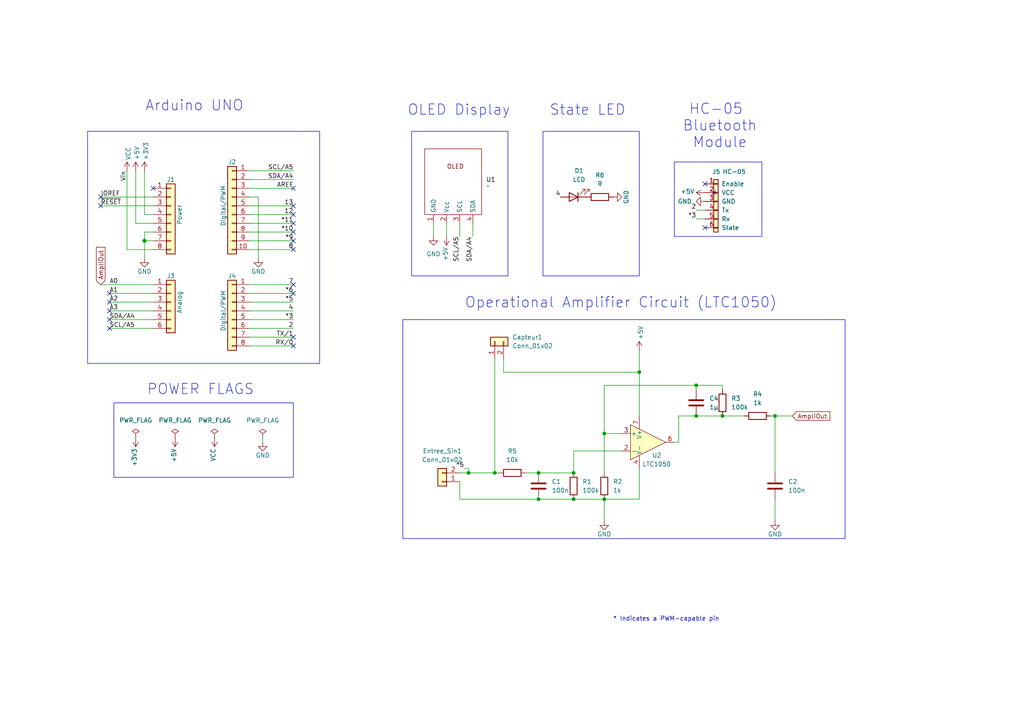
<source format=kicad_sch>
(kicad_sch (version 20250114) (generator "eeschema") (generator_version "9.0")
  (paper "A4")
  (title_block (date "mar. 31 mars 2015"))
  (lib_symbols
    (symbol "Connector_Generic:Conn_01x02" (pin_names (offset 1.016) (hide yes))
      (property "Reference" "J" (at 0 2.54 0))
      (property "Value" "Conn_01x02" (at 0 -5.08 0))
      (symbol "Conn_01x02_1_1"
        (rectangle (start -1.27 1.27) (end 1.27 -3.81) (stroke (width 0.254)) (fill (type background)))
        (rectangle (start -1.27 0.127) (end 0 -0.127) (stroke (width 0.1524)))
        (rectangle (start -1.27 -2.413) (end 0 -2.667) (stroke (width 0.1524)))
        (pin passive line (at -5.08 0 0) (length 3.81) (name "Pin_1") (number "1"))
        (pin passive line (at -5.08 -2.54 0) (length 3.81) (name "Pin_2") (number "2"))
      )
    )
    (symbol "Connector_Generic:Conn_01x06" (pin_names (offset 1.016) (hide yes))
      (property "Reference" "J" (at 0 7.62 0))
      (property "Value" "Conn_01x06" (at 0 -10.16 0))
      (symbol "Conn_01x06_1_1"
        (rectangle (start -1.27 6.35) (end 1.27 -8.89) (stroke (width 0.254)) (fill (type background)))
        (rectangle (start -1.27 5.207) (end 0 4.953) (stroke (width 0.1524)))
        (rectangle (start -1.27 2.667) (end 0 2.413) (stroke (width 0.1524)))
        (rectangle (start -1.27 0.127) (end 0 -0.127) (stroke (width 0.1524)))
        (rectangle (start -1.27 -2.413) (end 0 -2.667) (stroke (width 0.1524)))
        (rectangle (start -1.27 -4.953) (end 0 -5.207) (stroke (width 0.1524)))
        (rectangle (start -1.27 -7.493) (end 0 -7.747) (stroke (width 0.1524)))
        (pin passive line (at -5.08 5.08 0) (length 3.81) (name "Pin_1") (number "1"))
        (pin passive line (at -5.08 2.54 0) (length 3.81) (name "Pin_2") (number "2"))
        (pin passive line (at -5.08 0 0) (length 3.81) (name "Pin_3") (number "3"))
        (pin passive line (at -5.08 -2.54 0) (length 3.81) (name "Pin_4") (number "4"))
        (pin passive line (at -5.08 -5.08 0) (length 3.81) (name "Pin_5") (number "5"))
        (pin passive line (at -5.08 -7.62 0) (length 3.81) (name "Pin_6") (number "6"))
      )
    )
    (symbol "Connector_Generic:Conn_01x08" (pin_names (offset 1.016) (hide yes))
      (property "Reference" "J" (at 0 10.16 0))
      (property "Value" "Conn_01x08" (at 0 -12.7 0))
      (symbol "Conn_01x08_1_1"
        (rectangle (start -1.27 8.89) (end 1.27 -11.43) (stroke (width 0.254)) (fill (type background)))
        (rectangle (start -1.27 7.747) (end 0 7.493) (stroke (width 0.1524)))
        (rectangle (start -1.27 5.207) (end 0 4.953) (stroke (width 0.1524)))
        (rectangle (start -1.27 2.667) (end 0 2.413) (stroke (width 0.1524)))
        (rectangle (start -1.27 0.127) (end 0 -0.127) (stroke (width 0.1524)))
        (rectangle (start -1.27 -2.413) (end 0 -2.667) (stroke (width 0.1524)))
        (rectangle (start -1.27 -4.953) (end 0 -5.207) (stroke (width 0.1524)))
        (rectangle (start -1.27 -7.493) (end 0 -7.747) (stroke (width 0.1524)))
        (rectangle (start -1.27 -10.033) (end 0 -10.287) (stroke (width 0.1524)))
        (pin passive line (at -5.08 7.62 0) (length 3.81) (name "Pin_1") (number "1"))
        (pin passive line (at -5.08 5.08 0) (length 3.81) (name "Pin_2") (number "2"))
        (pin passive line (at -5.08 2.54 0) (length 3.81) (name "Pin_3") (number "3"))
        (pin passive line (at -5.08 0 0) (length 3.81) (name "Pin_4") (number "4"))
        (pin passive line (at -5.08 -2.54 0) (length 3.81) (name "Pin_5") (number "5"))
        (pin passive line (at -5.08 -5.08 0) (length 3.81) (name "Pin_6") (number "6"))
        (pin passive line (at -5.08 -7.62 0) (length 3.81) (name "Pin_7") (number "7"))
        (pin passive line (at -5.08 -10.16 0) (length 3.81) (name "Pin_8") (number "8"))
      )
    )
    (symbol "Connector_Generic:Conn_01x10" (pin_names (offset 1.016) (hide yes))
      (property "Reference" "J" (at 0 12.7 0))
      (property "Value" "Conn_01x10" (at 0 -15.24 0))
      (symbol "Conn_01x10_1_1"
        (rectangle (start -1.27 11.43) (end 1.27 -13.97) (stroke (width 0.254)) (fill (type background)))
        (rectangle (start -1.27 10.287) (end 0 10.033) (stroke (width 0.1524)))
        (rectangle (start -1.27 7.747) (end 0 7.493) (stroke (width 0.1524)))
        (rectangle (start -1.27 5.207) (end 0 4.953) (stroke (width 0.1524)))
        (rectangle (start -1.27 2.667) (end 0 2.413) (stroke (width 0.1524)))
        (rectangle (start -1.27 0.127) (end 0 -0.127) (stroke (width 0.1524)))
        (rectangle (start -1.27 -2.413) (end 0 -2.667) (stroke (width 0.1524)))
        (rectangle (start -1.27 -4.953) (end 0 -5.207) (stroke (width 0.1524)))
        (rectangle (start -1.27 -7.493) (end 0 -7.747) (stroke (width 0.1524)))
        (rectangle (start -1.27 -10.033) (end 0 -10.287) (stroke (width 0.1524)))
        (rectangle (start -1.27 -12.573) (end 0 -12.827) (stroke (width 0.1524)))
        (pin passive line (at -5.08 10.16 0) (length 3.81) (name "Pin_1") (number "1"))
        (pin passive line (at -5.08 7.62 0) (length 3.81) (name "Pin_2") (number "2"))
        (pin passive line (at -5.08 5.08 0) (length 3.81) (name "Pin_3") (number "3"))
        (pin passive line (at -5.08 2.54 0) (length 3.81) (name "Pin_4") (number "4"))
        (pin passive line (at -5.08 0 0) (length 3.81) (name "Pin_5") (number "5"))
        (pin passive line (at -5.08 -2.54 0) (length 3.81) (name "Pin_6") (number "6"))
        (pin passive line (at -5.08 -5.08 0) (length 3.81) (name "Pin_7") (number "7"))
        (pin passive line (at -5.08 -7.62 0) (length 3.81) (name "Pin_8") (number "8"))
        (pin passive line (at -5.08 -10.16 0) (length 3.81) (name "Pin_9") (number "9"))
        (pin passive line (at -5.08 -12.7 0) (length 3.81) (name "Pin_10") (number "10"))
      )
    )
    (symbol "Device:C" (pin_numbers (hide yes)) (pin_names (offset 0.254))
      (property "Reference" "C" (at 0.635 2.54 0))
      (property "Value" "C" (at 0.635 -2.54 0))
      (symbol "C_0_1"
        (polyline (pts (xy -2.032 0.762) (xy 2.032 0.762)) (stroke (width 0.508)))
        (polyline (pts (xy -2.032 -0.762) (xy 2.032 -0.762)) (stroke (width 0.508)))
      )
      (symbol "C_1_1"
        (pin passive line (at 0 3.81 270) (length 2.794) (name "~") (number "1"))
        (pin passive line (at 0 -3.81 90) (length 2.794) (name "~") (number "2"))
      )
    )
    (symbol "Device:LED" (pin_numbers (hide yes)) (pin_names (offset 1.016) (hide yes))
      (property "Reference" "D" (at 0 2.54 0))
      (property "Value" "LED" (at 0 -2.54 0))
      (symbol "LED_0_1"
        (polyline (pts (xy -3.048 -0.762) (xy -4.572 -2.286) (xy -3.81 -2.286) (xy -4.572 -2.286) (xy -4.572 -1.524)))
        (polyline (pts (xy -1.778 -0.762) (xy -3.302 -2.286) (xy -2.54 -2.286) (xy -3.302 -2.286) (xy -3.302 -1.524)))
        (polyline (pts (xy -1.27 0) (xy 1.27 0)))
        (polyline (pts (xy -1.27 -1.27) (xy -1.27 1.27)) (stroke (width 0.254)))
        (polyline (pts (xy 1.27 -1.27) (xy 1.27 1.27) (xy -1.27 0) (xy 1.27 -1.27)) (stroke (width 0.254)))
      )
      (symbol "LED_1_1"
        (pin passive line (at -3.81 0 0) (length 2.54) (name "K") (number "1"))
        (pin passive line (at 3.81 0 180) (length 2.54) (name "A") (number "2"))
      )
    )
    (symbol "Device:R" (pin_numbers (hide yes)) (pin_names (offset 0))
      (property "Reference" "R" (at 2.032 0 90))
      (property "Value" "R" (at 0 0 90))
      (symbol "R_0_1"
        (rectangle (start -1.016 -2.54) (end 1.016 2.54) (stroke (width 0.254)))
      )
      (symbol "R_1_1"
        (pin passive line (at 0 3.81 270) (length 1.27) (name "~") (number "1"))
        (pin passive line (at 0 -3.81 90) (length 1.27) (name "~") (number "2"))
      )
    )
    (symbol "GND_1" (power) (pin_names (offset 0))
      (property "Value" "GND_1" (at 0 -3.81 0))
      (symbol "GND_1_0_1"
        (polyline (pts (xy 0 0) (xy 0 -1.27) (xy 1.27 -1.27) (xy 0 -2.54) (xy -1.27 -1.27) (xy 0 -1.27)))
      )
      (symbol "GND_1_1_1"
        (pin power_in line (at 0 0 270) (length 0) (hide yes) (name "GND") (number "1"))
      )
    )
    (symbol "power:+3V3" (power) (pin_names (offset 0))
      (property "Value" "+3V3" (at 0 3.556 0))
      (symbol "+3V3_0_1"
        (polyline (pts (xy -0.762 1.27) (xy 0 2.54)))
        (polyline (pts (xy 0 2.54) (xy 0.762 1.27)))
        (polyline (pts (xy 0 0) (xy 0 2.54)))
      )
      (symbol "+3V3_1_1"
        (pin power_in line (at 0 0 90) (length 0) (hide yes) (name "+3V3") (number "1"))
      )
    )
    (symbol "power:+5V" (power) (pin_names (offset 0))
      (property "Value" "+5V" (at 0 3.556 0))
      (symbol "+5V_0_1"
        (polyline (pts (xy -0.762 1.27) (xy 0 2.54)))
        (polyline (pts (xy 0 2.54) (xy 0.762 1.27)))
        (polyline (pts (xy 0 0) (xy 0 2.54)))
      )
      (symbol "+5V_1_1"
        (pin power_in line (at 0 0 90) (length 0) (hide yes) (name "+5V") (number "1"))
      )
    )
    (symbol "power:GND" (power) (pin_names (offset 0))
      (property "Value" "GND" (at 0 -3.81 0))
      (symbol "GND_0_1"
        (polyline (pts (xy 0 0) (xy 0 -1.27) (xy 1.27 -1.27) (xy 0 -2.54) (xy -1.27 -1.27) (xy 0 -1.27)))
      )
      (symbol "GND_1_1"
        (pin power_in line (at 0 0 270) (length 0) (hide yes) (name "GND") (number "1"))
      )
    )
    (symbol "power:PWR_FLAG" (power) (pin_numbers (hide yes)) (pin_names (offset 0) (hide yes))
      (property "Value" "PWR_FLAG" (at 0 3.81 0))
      (symbol "PWR_FLAG_0_0"
        (pin power_out line (at 0 0 90) (length 0) (name "pwr") (number "1"))
      )
      (symbol "PWR_FLAG_0_1"
        (polyline (pts (xy 0 0) (xy 0 1.27) (xy -1.016 1.905) (xy 0 2.54) (xy 1.016 1.905) (xy 0 1.27)))
      )
    )
    (symbol "power:VCC" (power) (pin_names (offset 0))
      (property "Value" "VCC" (at 0 3.81 0))
      (symbol "VCC_0_1"
        (polyline (pts (xy -0.762 1.27) (xy 0 2.54)))
        (polyline (pts (xy 0 2.54) (xy 0.762 1.27)))
        (polyline (pts (xy 0 0) (xy 0 2.54)))
      )
      (symbol "VCC_1_1"
        (pin power_in line (at 0 0 90) (length 0) (hide yes) (name "VCC") (number "1"))
      )
    )
    (symbol "projet_capteur_artur:HC-05" (pin_names (offset 1.016))
      (property "Reference" "J" (at -0.508 8.636 0))
      (property "Value" "HC-05" (at 0 -10.16 0))
      (symbol "HC-05_1_1"
        (rectangle (start -1.27 6.35) (end 0 -8.89) (stroke (width 0.254)) (fill (type background)))
        (rectangle (start -1.27 5.207) (end 0 4.953) (stroke (width 0.1524)))
        (rectangle (start -1.27 2.667) (end 0 2.413) (stroke (width 0.1524)))
        (rectangle (start -1.27 0.127) (end 0 -0.127) (stroke (width 0.1524)))
        (rectangle (start -1.27 -2.413) (end 0 -2.667) (stroke (width 0.1524)))
        (rectangle (start -1.27 -4.953) (end 0 -5.207) (stroke (width 0.1524)))
        (rectangle (start -1.27 -7.493) (end 0 -7.747) (stroke (width 0.1524)))
        (pin bidirectional line (at -3.81 5.08 0) (length 3.81) (name "Enable") (number "1"))
        (pin power_in line (at -3.81 2.54 0) (length 3.81) (name "VCC") (number "2"))
        (pin power_in line (at -3.81 0 0) (length 3.81) (name "GND") (number "3"))
        (pin bidirectional line (at -3.81 -2.54 0) (length 3.81) (name "Tx") (number "4"))
        (pin bidirectional line (at -3.81 -5.08 0) (length 3.81) (name "Rx") (number "5"))
        (pin input line (at -3.81 -7.62 0) (length 3.81) (name "State") (number "6"))
      )
    )
    (symbol "projet_capteur_artur:OLED"
      (property "Reference" "U1" (at 10.16 13.335 0))
      (property "Value" "~" (at -5.08 0 0))
      (symbol "OLED_0_1"
        (rectangle (start -7.62 22.86) (end 8.89 3.81))
      )
      (symbol "OLED_1_1"
        (text "OLED\n" (at 1.27 17.78 0) (effects (font (size 1.27 1.27))))
        (pin input line (at -5.08 1.27 90) (length 2.54) (name "GND") (number "1"))
        (pin input line (at -1.27 1.27 90) (length 2.54) (name "Vcc") (number "2"))
        (pin input line (at 2.54 1.27 90) (length 2.54) (name "SCL") (number "3"))
        (pin input line (at 6.35 1.27 90) (length 2.54) (name "SDA") (number "4"))
      )
    )
    (symbol "pxik_lib:LTC1050" (pin_names (offset 0.127))
      (property "Reference" "U" (at 5.08 5.08 0))
      (property "Value" "LTC1050" (at 7.62 2.54 0))
      (symbol "LTC1050_0_1"
        (polyline (pts (xy -5.08 5.08) (xy -5.08 -5.08) (xy 5.08 0) (xy -5.08 5.08)) (fill (type background)))
      )
      (symbol "LTC1050_1_1"
        (pin input line (at -7.62 2.54 0) (length 2.54) (name "+") (number "3"))
        (pin input line (at -7.62 -2.54 0) (length 2.54) (name "-") (number "2"))
        (pin power_in line (at -2.54 7.62 270) (length 3.81) (name "V+") (number "7"))
        (pin power_in line (at -2.54 -7.62 90) (length 3.81) (name "V-") (number "4"))
        (pin output line (at 7.62 0 180) (length 2.54) (name "~") (number "6"))
      )
    )
  )
  (rectangle (start 116.84 92.71) (end 245.11 156.21))
  (rectangle (start 25.4 38.1) (end 92.71 105.41))
  (rectangle (start 33.02 116.84) (end 85.09 138.43))
  (rectangle (start 195.58 46.99) (end 220.98 68.58))
  (rectangle (start 157.48 38.1) (end 185.42 80.01))
  (rectangle (start 119.38 38.1) (end 147.32 80.01))
  (text "POWER FLAGS\n" (at 58.166 113.03 0) (effects (font (size 3 3))))
  (text "HC-05 \nBluetooth\nModule\n" (at 208.788 36.576 0) (effects (font (size 3 3))))
  (text "Arduino UNO" (at 56.388 30.734 0) (effects (font (size 3 3))))
  (text "Operational Amplifier Circuit (LTC1050)" (at 180.086 87.884 0) (effects (font (size 3 3))))
  (text "OLED Display" (at 133.096 32.004 0) (effects (font (size 3 3))))
  (text "* Indicates a PWM-capable pin" (at 177.8 180.34 0) (effects (font (size 1.27 1.27)) (justify left bottom)))
  (text "State LED" (at 170.434 32.004 0) (effects (font (size 3 3))))
  (junction (at 156.21 137.16))
  (junction (at 209.55 120.65))
  (junction (at 156.21 144.78))
  (junction (at 175.26 144.78))
  (junction (at 201.93 111.76))
  (junction (at 41.91 69.85) (diameter 1.016))
  (junction (at 185.42 107.95))
  (junction (at 143.51 137.16))
  (junction (at 224.79 120.65))
  (junction (at 175.26 125.73))
  (junction (at 166.37 144.78))
  (junction (at 135.89 137.16))
  (junction (at 201.93 120.65))
  (junction (at 166.37 137.16))
  (no_connect (at 85.09 62.23))
  (no_connect (at 207.01 55.88))
  (no_connect (at 85.09 85.09))
  (no_connect (at 204.47 66.04))
  (no_connect (at 85.09 69.85))
  (no_connect (at 85.09 59.69))
  (no_connect (at 85.09 97.79))
  (no_connect (at 31.75 92.71))
  (no_connect (at 85.09 82.55))
  (no_connect (at 85.09 72.39))
  (no_connect (at 85.09 64.77))
  (no_connect (at 31.75 95.25))
  (no_connect (at 31.75 90.17))
  (no_connect (at 85.09 67.31))
  (no_connect (at 44.45 54.61))
  (no_connect (at 31.75 85.09))
  (no_connect (at 204.47 53.34))
  (no_connect (at 31.75 87.63))
  (no_connect (at 29.21 57.15))
  (no_connect (at 85.09 100.33))
  (no_connect (at 29.21 59.69))
  (no_connect (at 85.09 54.61))
  (wire (pts (xy 72.39 100.33) (xy 85.09 100.33)))
  (wire (pts (xy 224.79 151.13) (xy 224.79 144.78)))
  (wire (pts (xy 72.39 67.31) (xy 85.09 67.31)))
  (wire (pts (xy 180.34 130.81) (xy 166.37 130.81)))
  (wire (pts (xy 72.39 49.53) (xy 85.09 49.53)))
  (wire (pts (xy 209.55 120.65) (xy 215.9 120.65)))
  (wire (pts (xy 41.91 67.31) (xy 41.91 69.85)))
  (wire (pts (xy 185.42 107.95) (xy 185.42 120.65)))
  (wire (pts (xy 31.75 95.25) (xy 44.45 95.25)))
  (wire (pts (xy 129.54 68.58) (xy 129.54 64.77)))
  (wire (pts (xy 201.93 111.76) (xy 209.55 111.76)))
  (wire (pts (xy 195.58 128.27) (xy 196.85 128.27)))
  (wire (pts (xy 201.93 111.76) (xy 201.93 113.03)))
  (wire (pts (xy 41.91 69.85) (xy 41.91 74.93)))
  (wire (pts (xy 196.85 128.27) (xy 196.85 120.65)))
  (wire (pts (xy 175.26 111.76) (xy 201.93 111.76)))
  (wire (pts (xy 196.85 120.65) (xy 201.93 120.65)))
  (wire (pts (xy 175.26 144.78) (xy 175.26 151.13)))
  (wire (pts (xy 41.91 62.23) (xy 44.45 62.23)))
  (wire (pts (xy 175.26 125.73) (xy 180.34 125.73)))
  (wire (pts (xy 39.37 64.77) (xy 44.45 64.77)))
  (wire (pts (xy 39.37 49.53) (xy 39.37 64.77)))
  (wire (pts (xy 72.39 59.69) (xy 85.09 59.69)))
  (wire (pts (xy 41.91 49.53) (xy 41.91 62.23)))
  (wire (pts (xy 72.39 82.55) (xy 85.09 82.55)))
  (wire (pts (xy 72.39 62.23) (xy 85.09 62.23)))
  (wire (pts (xy 152.4 137.16) (xy 156.21 137.16)))
  (wire (pts (xy 72.39 85.09) (xy 85.09 85.09)))
  (wire (pts (xy 166.37 130.81) (xy 166.37 137.16)))
  (wire (pts (xy 166.37 144.78) (xy 175.26 144.78)))
  (wire (pts (xy 185.42 101.6) (xy 185.42 107.95)))
  (wire (pts (xy 133.35 68.58) (xy 133.35 64.77)))
  (wire (pts (xy 72.39 69.85) (xy 85.09 69.85)))
  (wire (pts (xy 137.16 68.58) (xy 137.16 64.77)))
  (wire (pts (xy 135.89 137.16) (xy 143.51 137.16)))
  (wire (pts (xy 72.39 90.17) (xy 85.09 90.17)))
  (wire (pts (xy 29.21 57.15) (xy 44.45 57.15)))
  (wire (pts (xy 133.35 137.16) (xy 135.89 137.16)))
  (wire (pts (xy 156.21 144.78) (xy 166.37 144.78)))
  (wire (pts (xy 74.93 57.15) (xy 74.93 74.93)))
  (wire (pts (xy 72.39 54.61) (xy 85.09 54.61)))
  (wire (pts (xy 156.21 137.16) (xy 166.37 137.16)))
  (wire (pts (xy 224.79 120.65) (xy 224.79 137.16)))
  (wire (pts (xy 185.42 135.89) (xy 185.42 144.78)))
  (wire (pts (xy 44.45 87.63) (xy 31.75 87.63)))
  (wire (pts (xy 29.21 59.69) (xy 44.45 59.69)))
  (wire (pts (xy 44.45 69.85) (xy 41.91 69.85)))
  (wire (pts (xy 224.79 120.65) (xy 229.87 120.65)))
  (wire (pts (xy 29.21 82.55) (xy 44.45 82.55)))
  (wire (pts (xy 76.2 127) (xy 76.2 128.27)))
  (wire (pts (xy 44.45 72.39) (xy 36.83 72.39)))
  (wire (pts (xy 143.51 137.16) (xy 144.78 137.16)))
  (wire (pts (xy 31.75 85.09) (xy 44.45 85.09)))
  (wire (pts (xy 146.05 107.95) (xy 185.42 107.95)))
  (wire (pts (xy 209.55 111.76) (xy 209.55 113.03)))
  (wire (pts (xy 175.26 144.78) (xy 185.42 144.78)))
  (wire (pts (xy 223.52 120.65) (xy 224.79 120.65)))
  (wire (pts (xy 133.35 144.78) (xy 156.21 144.78)))
  (wire (pts (xy 72.39 57.15) (xy 74.93 57.15)))
  (wire (pts (xy 44.45 67.31) (xy 41.91 67.31)))
  (wire (pts (xy 201.93 120.65) (xy 209.55 120.65)))
  (wire (pts (xy 72.39 64.77) (xy 85.09 64.77)))
  (wire (pts (xy 175.26 111.76) (xy 175.26 125.73)))
  (wire (pts (xy 72.39 87.63) (xy 85.09 87.63)))
  (wire (pts (xy 31.75 90.17) (xy 44.45 90.17)))
  (wire (pts (xy 143.51 104.14) (xy 143.51 137.16)))
  (wire (pts (xy 134.62 135.89) (xy 135.89 135.89)))
  (wire (pts (xy 146.05 104.14) (xy 146.05 107.95)))
  (wire (pts (xy 125.73 68.58) (xy 125.73 64.77)))
  (wire (pts (xy 135.89 135.89) (xy 135.89 137.16)))
  (wire (pts (xy 175.26 137.16) (xy 175.26 125.73)))
  (wire (pts (xy 72.39 52.07) (xy 85.09 52.07)))
  (wire (pts (xy 72.39 95.25) (xy 85.09 95.25)))
  (wire (pts (xy 72.39 92.71) (xy 85.09 92.71)))
  (wire (pts (xy 201.93 60.96) (xy 204.47 60.96)))
  (wire (pts (xy 201.93 63.5) (xy 204.47 63.5)))
  (wire (pts (xy 72.39 97.79) (xy 85.09 97.79)))
  (wire (pts (xy 36.83 72.39) (xy 36.83 49.53)))
  (wire (pts (xy 133.35 139.7) (xy 133.35 144.78)))
  (wire (pts (xy 44.45 92.71) (xy 31.75 92.71)))
  (wire (pts (xy 72.39 72.39) (xy 85.09 72.39)))
  (label "RX{slash}0" (at 85.09 100.33 180))
  (label "SCL{slash}A5" (at 133.35 68.58 270))
  (label "A2" (at 31.75 87.63 0))
  (label "2" (at 201.93 60.96 180))
  (label "4" (at 85.09 90.17 180))
  (label "*3" (at 201.93 63.5 180))
  (label "2" (at 85.09 95.25 180))
  (label "A3" (at 31.75 90.17 0))
  (label "13" (at 85.09 59.69 180))
  (label "12" (at 85.09 62.23 180))
  (label "~{RESET}" (at 29.21 59.69 0))
  (label "*10" (at 85.09 67.31 180))
  (label "*5" (at 134.62 135.89 180))
  (label "7" (at 85.09 82.55 180))
  (label "SDA{slash}A4" (at 85.09 52.07 180))
  (label "8" (at 85.09 72.39 180))
  (label "4" (at 162.56 57.15 180))
  (label "*11" (at 85.09 64.77 180))
  (label "*3" (at 85.09 92.71 180))
  (label "A1" (at 31.75 85.09 0))
  (label "TX{slash}1" (at 85.09 97.79 180))
  (label "A0" (at 31.75 82.55 0))
  (label "AREF" (at 85.09 54.61 180))
  (label "Vin" (at 36.83 49.53 270))
  (label "*6" (at 85.09 85.09 180))
  (label "SCL{slash}A5" (at 85.09 49.53 180))
  (label "*9" (at 85.09 69.85 180))
  (label "SDA{slash}A4" (at 137.16 68.58 270))
  (label "*5" (at 85.09 87.63 180))
  (label "IOREF" (at 29.21 57.15 0))
  (label "SDA{slash}A4" (at 31.75 92.71 0))
  (label "SCL{slash}A5" (at 31.75 95.25 0))
  (global_label "AmpliOut" (shape input) (at 229.87 120.65 0) (property "Intersheetrefs" "${INTERSHEET_REFS}" (effects (hide yes))))
  (global_label "AmpliOut" (shape input) (at 29.21 82.55 90) (property "Intersheetrefs" "${INTERSHEET_REFS}" (effects (hide yes))))
  (symbol (lib_id "Connector_Generic:Conn_01x08") (at 49.53 62.23 0) (unit 1) (exclude_from_sim yes)
    (property "Reference" "J1" (at 49.53 52.07 0))
    (property "Value" "Power" (at 52.07 62.23 90))
    (property "Footprint" "Connector_PinSocket_2.54mm:PinSocket_1x08_P2.54mm_Vertical" (effects (hide yes)))
  )
  (symbol (lib_id "power:+3V3") (at 41.91 49.53 0) (unit 1)
    (property "Reference" "#PWR03" (effects (hide yes)))
    (property "Value" "+3V3" (at 42.291 46.482 90) (effects (justify left)))
  )
  (symbol (lib_id "power:+5V") (at 39.37 49.53 0) (unit 1)
    (property "Reference" "#PWR02" (effects (hide yes)))
    (property "Value" "+5V" (at 39.7256 46.482 90) (effects (justify left)))
  )
  (symbol (lib_id "power:GND") (at 41.91 74.93 0) (unit 1)
    (property "Reference" "#PWR04" (effects (hide yes)))
    (property "Value" "GND" (at 41.91 78.74 0))
  )
  (symbol (lib_id "Connector_Generic:Conn_01x10") (at 67.31 59.69 0) (mirror y) (unit 1) (exclude_from_sim yes)
    (property "Reference" "J2" (at 67.31 46.99 0))
    (property "Value" "Digital/PWM" (at 64.77 59.69 90))
    (property "Footprint" "Connector_PinSocket_2.54mm:PinSocket_1x10_P2.54mm_Vertical" (effects (hide yes)))
  )
  (symbol (lib_id "power:GND") (at 74.93 74.93 0) (unit 1)
    (property "Reference" "#PWR05" (effects (hide yes)))
    (property "Value" "GND" (at 74.93 78.74 0))
  )
  (symbol (lib_id "Connector_Generic:Conn_01x06") (at 49.53 87.63 0) (unit 1) (exclude_from_sim yes)
    (property "Reference" "J3" (at 49.53 80.01 0))
    (property "Value" "Analog" (at 52.07 87.63 90))
    (property "Footprint" "Connector_PinSocket_2.54mm:PinSocket_1x06_P2.54mm_Vertical" (effects (hide yes)))
  )
  (symbol (lib_id "Connector_Generic:Conn_01x08") (at 67.31 90.17 0) (mirror y) (unit 1) (exclude_from_sim yes)
    (property "Reference" "J4" (at 67.31 80.01 0))
    (property "Value" "Digital/PWM" (at 64.77 90.17 90))
    (property "Footprint" "Connector_PinSocket_2.54mm:PinSocket_1x08_P2.54mm_Vertical" (effects (hide yes)))
  )
  (symbol (lib_id "power:PWR_FLAG") (at 39.37 127 0) (unit 1)
    (property "Reference" "#FLG01" (effects (hide yes)))
    (property "Value" "PWR_FLAG" (at 39.37 121.92 0))
  )
  (symbol (lib_id "Device:LED") (at 166.37 57.15 180) (unit 1)
    (property "Reference" "D1" (at 167.9575 49.53 0))
    (property "Value" "LED" (at 167.9575 52.07 0))
    (property "Footprint" "LED_THT:LED_D5.0mm" (effects (hide yes)))
    (property "Description" "Light emitting diode" (effects (hide yes)))
    (property "Sim.Pins" "1=K 2=A" (effects (hide yes)))
  )
  (symbol (lib_id "power:+5V") (at 129.54 68.58 180) (unit 1)
    (property "Reference" "#PWR019" (effects (hide yes)))
    (property "Value" "+5V" (at 129.1844 71.628 90) (effects (justify left)))
  )
  (symbol (lib_id "power:+5V") (at 204.47 55.88 90) (unit 1)
    (property "Reference" "#PWR016" (effects (hide yes)))
    (property "Value" "+5V" (at 201.422 55.5244 90) (effects (justify left)))
  )
  (symbol (lib_id "projet_capteur_artur:HC-05") (at 208.28 58.42 0) (unit 1)
    (property "Reference" "J5" (at 207.772 49.784 0))
    (property "Value" "HC-05" (at 209.55 49.784 0) (effects (justify left)))
    (property "Footprint" "projet_capteur_artur:HC-05_footprint" (effects (hide yes)))
    (property "Description" "Generic connector, single row, 01x06, script generated (kicad-library-utils/schlib/autogen/connector/)" (effects (hide yes)))
  )
  (symbol (lib_id "Connector_Generic:Conn_01x02") (at 143.51 99.06 90) (unit 1) (exclude_from_sim yes)
    (property "Reference" "Capteur1" (at 148.59 97.7899 90) (effects (justify right)))
    (property "Value" "Conn_01x02" (at 148.59 100.3299 90) (effects (justify right)))
    (property "Footprint" "Connector_PinSocket_2.54mm:PinSocket_1x02_P2.54mm_Vertical" (effects (hide yes)))
  )
  (symbol (lib_id "power:+5V") (at 185.42 101.6 0) (unit 1)
    (property "Reference" "#PWR013" (effects (hide yes)))
    (property "Value" "+5V" (at 185.7756 98.552 90) (effects (justify left)))
  )
  (symbol (lib_id "Connector_Generic:Conn_01x02") (at 128.27 139.7 180) (unit 1) (exclude_from_sim yes)
    (property "Reference" "Entree_Sin1" (at 128.27 130.81 0))
    (property "Value" "Conn_01x02" (at 128.27 133.35 0))
    (property "Footprint" "Connector_PinSocket_2.54mm:PinSocket_1x02_P2.54mm_Vertical" (effects (hide yes)))
  )
  (symbol (lib_id "projet_capteur_artur:OLED") (at 130.81 66.04 0) (unit 1)
    (property "Reference" "U1" (at 140.97 52.0699 0) (effects (justify left)))
    (property "Value" "~" (at 140.97 53.975 0) (effects (justify left)))
    (property "Footprint" "projet_capteur_artur:OLED1306" (effects (hide yes)))
  )
  (symbol (lib_id "Device:R") (at 219.71 120.65 90) (unit 1)
    (property "Reference" "R4" (at 219.71 114.3 90))
    (property "Value" "1k" (at 219.71 116.84 90))
    (property "Footprint" "Resistor_THT:R_Axial_DIN0207_L6.3mm_D2.5mm_P10.16mm_Horizontal" (effects (hide yes)))
  )
  (symbol (lib_id "Device:R") (at 175.26 140.97 0) (unit 1)
    (property "Reference" "R2" (at 177.8 139.7 0) (effects (justify left)))
    (property "Value" "1k" (at 177.8 142.24 0) (effects (justify left)))
    (property "Footprint" "Resistor_THT:R_Axial_DIN0207_L6.3mm_D2.5mm_P10.16mm_Horizontal" (effects (hide yes)))
  )
  (symbol (lib_id "Device:C") (at 156.21 140.97 180) (unit 1)
    (property "Reference" "C1" (at 160.02 139.7 0) (effects (justify right)))
    (property "Value" "100n" (at 160.02 142.24 0) (effects (justify right)))
    (property "Footprint" "Capacitor_THT:C_Disc_D9.0mm_W5.0mm_P5.00mm" (effects (hide yes)))
  )
  (symbol (lib_id "power:GND") (at 175.26 151.13 0) (unit 1)
    (property "Reference" "#PWR07" (effects (hide yes)))
    (property "Value" "GND" (at 175.26 154.94 0))
  )
  (symbol (lib_id "power:VCC") (at 36.83 49.53 0) (unit 1)
    (property "Reference" "#PWR01" (effects (hide yes)))
    (property "Value" "VCC" (at 37.211 46.482 90) (effects (justify left)))
  )
  (symbol (lib_id "Device:R") (at 148.59 137.16 90) (unit 1)
    (property "Reference" "R5" (at 148.59 130.81 90))
    (property "Value" "10k" (at 148.59 133.35 90))
    (property "Footprint" "Resistor_THT:R_Axial_DIN0207_L6.3mm_D2.5mm_P10.16mm_Horizontal" (effects (hide yes)))
  )
  (symbol (lib_id "Device:R") (at 209.55 116.84 180) (unit 1)
    (property "Reference" "R3" (at 212.09 115.57 0) (effects (justify right)))
    (property "Value" "100k" (at 212.09 118.11 0) (effects (justify right)))
    (property "Footprint" "Resistor_THT:R_Axial_DIN0207_L6.3mm_D2.5mm_P10.16mm_Horizontal" (effects (hide yes)))
  )
  (symbol (lib_id "power:+3V3") (at 39.37 127 180) (unit 1)
    (property "Reference" "#PWR010" (effects (hide yes)))
    (property "Value" "+3V3" (at 38.989 130.048 90) (effects (justify left)))
  )
  (symbol (lib_name "GND_1") (lib_id "power:GND") (at 125.73 68.58 0) (unit 1)
    (property "Reference" "#PWR018" (effects (hide yes)))
    (property "Value" "GND" (at 125.73 73.66 0))
  )
  (symbol (lib_id "Device:C") (at 201.93 116.84 180) (unit 1)
    (property "Reference" "C4" (at 205.74 115.57 0) (effects (justify right)))
    (property "Value" "1µ" (at 205.74 118.11 0) (effects (justify right)))
    (property "Footprint" "Capacitor_THT:C_Rect_L9.0mm_W6.4mm_P7.50mm_MKT" (effects (hide yes)))
  )
  (symbol (lib_id "pxik_lib:LTC1050") (at 187.96 128.27 0) (unit 1) (exclude_from_sim yes)
    (property "Reference" "U2" (at 190.5 132.08 0))
    (property "Value" "LTC1050" (at 190.5 134.62 0))
    (property "Footprint" "Package_DIP:DIP-8_W7.62mm" (effects (hide yes)))
  )
  (symbol (lib_id "power:GND") (at 177.8 57.15 90) (unit 1)
    (property "Reference" "#PWR014" (effects (hide yes)))
    (property "Value" "GND" (at 181.61 57.15 0))
  )
  (symbol (lib_name "GND_1") (lib_id "power:GND") (at 204.47 58.42 270) (unit 1)
    (property "Reference" "#PWR017" (effects (hide yes)))
    (property "Value" "GND" (at 200.66 58.4199 90) (effects (justify right)))
  )
  (symbol (lib_id "Device:C") (at 224.79 140.97 180) (unit 1)
    (property "Reference" "C2" (at 228.6 139.7 0) (effects (justify right)))
    (property "Value" "100n" (at 228.6 142.24 0) (effects (justify right)))
    (property "Footprint" "Capacitor_THT:C_Disc_D9.0mm_W5.0mm_P5.00mm" (effects (hide yes)))
  )
  (symbol (lib_id "Device:R") (at 173.99 57.15 90) (unit 1)
    (property "Reference" "R6" (at 173.99 50.8 90))
    (property "Value" "R" (at 173.99 53.34 90))
    (property "Footprint" "Resistor_THT:R_Axial_DIN0207_L6.3mm_D2.5mm_P10.16mm_Horizontal" (effects (hide yes)))
    (property "Description" "Resistor" (effects (hide yes)))
  )
  (symbol (lib_id "power:+5V") (at 50.8 127 180) (unit 1)
    (property "Reference" "#PWR011" (effects (hide yes)))
    (property "Value" "+5V" (at 50.4444 130.048 90) (effects (justify left)))
  )
  (symbol (lib_id "power:PWR_FLAG") (at 76.2 127 0) (unit 1)
    (property "Reference" "#FLG04" (effects (hide yes)))
    (property "Value" "PWR_FLAG" (at 76.2 121.92 0))
  )
  (symbol (lib_id "power:GND") (at 76.2 128.27 0) (unit 1)
    (property "Reference" "#PWR09" (effects (hide yes)))
    (property "Value" "GND" (at 76.2 132.08 0))
  )
  (symbol (lib_id "power:VCC") (at 62.23 127 180) (unit 1)
    (property "Reference" "#PWR012" (effects (hide yes)))
    (property "Value" "VCC" (at 61.849 130.048 90) (effects (justify left)))
  )
  (symbol (lib_id "power:PWR_FLAG") (at 50.8 127 0) (unit 1)
    (property "Reference" "#FLG02" (effects (hide yes)))
    (property "Value" "PWR_FLAG" (at 50.8 121.92 0))
  )
  (symbol (lib_id "Device:R") (at 166.37 140.97 0) (unit 1)
    (property "Reference" "R1" (at 168.91 139.7 0) (effects (justify left)))
    (property "Value" "100k" (at 168.91 142.24 0) (effects (justify left)))
    (property "Footprint" "Resistor_THT:R_Axial_DIN0207_L6.3mm_D2.5mm_P10.16mm_Horizontal" (effects (hide yes)))
  )
  (symbol (lib_id "power:GND") (at 224.79 151.13 0) (unit 1)
    (property "Reference" "#PWR08" (effects (hide yes)))
    (property "Value" "GND" (at 224.79 154.94 0))
  )
  (symbol (lib_id "power:PWR_FLAG") (at 62.23 127 0) (unit 1)
    (property "Reference" "#FLG03" (effects (hide yes)))
    (property "Value" "PWR_FLAG" (at 62.23 121.92 0))
  )
)
</source>
